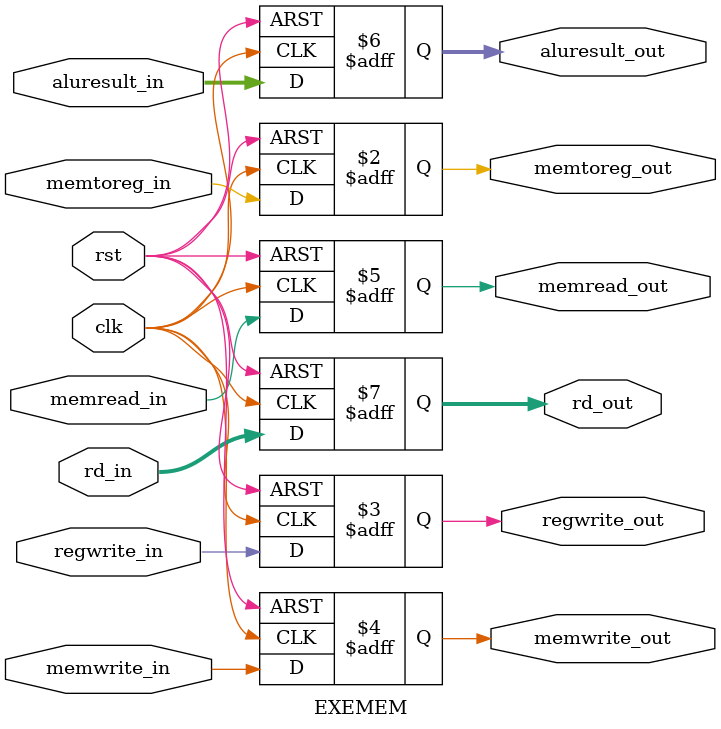
<source format=v>
module EXEMEM(
	//input signa;s & values
	clk , rst , 	     	
	regwrite_in,memtoreg_in,   //WB signal
	memwrite_in, memread_in,   //execute signal
	aluresult_in,//Execute sstage data
	rd_in,			   // rd value for the forwarding unit
	//output singlas and &values
	regwrite_out,memtoreg_out,	   //same order as the input
	memwrite_out, memread_out,
	aluresult_out,
	rd_out);

input clk , rst;
input memtoreg_in, regwrite_in, memwrite_in, memread_in;
input[31:0]aluresult_in;
input [4:0]rd_in;

output reg memtoreg_out, regwrite_out, memwrite_out, memread_out;
output reg [31:0] aluresult_out ;
output reg [4:0]rd_out; 

always @(posedge clk or posedge rst) begin
    if (rst) begin
        // Reset outputs to default values
	memtoreg_out<=1'b0;
        regwrite_out <= 1'b0;
        memwrite_out <= 1'b0;
        memread_out <= 1'b0;
        aluresult_out <= 32'b0;
       
        rd_out <= 5'b0;
    end
    else begin
        // Transfer the inputs to outputs on the clock edge
	memtoreg_out<=memtoreg_in;
        regwrite_out <= regwrite_in;
        memwrite_out <= memwrite_in;
        memread_out <= memread_in;
        aluresult_out <= aluresult_in;
       
        rd_out <= rd_in;
    end
end
endmodule
</source>
